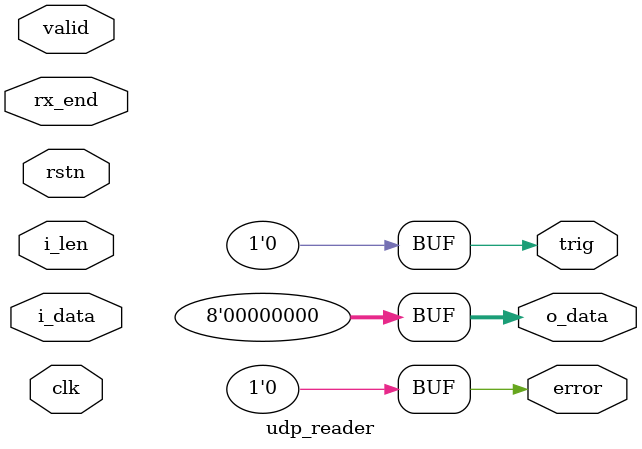
<source format=sv>
`ifdef __ICARUS__
    `define UDP_READER_MEM PDS_LITE
`endif

module udp_reader #(parameter CAPACITY = 1) (
    input                       clk   ,
    input                       rstn  ,

    input                       valid ,
    input                       rx_end,
    input      [           7:0] i_data,
    input      [          15:0] i_len ,

    output     [CAPACITY*8-1:0] o_data,
    output reg                  error ,
    output reg                  trig
);

    `ifdef UDP_READER_MEM
        integer i;

        reg [$clog2(CAPACITY)-1:0] wptr;

        reg  [           7:0] inner_mem [CAPACITY];
        wire [CAPACITY*8-1:0] inner_data          ;

        reg [7:0] disp_mem[CAPACITY];

        always_ff @(posedge clk or negedge rstn) begin
            if(~rstn) begin
                error <= #1 'b0;
                wptr  <= #1 'b0;
                for (i = 0; i < CAPACITY; i=i+1) begin
                    inner_mem[i] <= #1 'b0;
                    disp_mem[i]  <= #1 'b0;
                end
                trig <= #1 'b0;
            end else begin
                trig            <= #1 'b0;
                inner_mem[wptr] <= #1 i_data;
                if (valid) begin
                    if (wptr!=CAPACITY-1) begin
                        wptr <= #1 wptr + 1'b1;
                    end else begin
                        wptr <= #1 'b0;
                    end
                end else if (rx_end) begin
                    if (wptr!=0) begin
                        error <= #1 'b1;
                        wptr  <= #1 'b0;
                    end else begin
                        error <= #1 'b0;
                        wptr  <= #1 'b0;
                    end

                    if ((~inner_data)==0) begin
                        trig <= #1 'b1;
                    end else if (inner_data!=0) begin
                        for (i = 0; i < CAPACITY; i=i+1) begin
                            disp_mem[i] <= #1 inner_mem[i];
                        end
                    end
                end
            end
        end

        genvar j;
        for (j = 0; j < CAPACITY; j=j+1) begin : g_unpack
            assign o_data[(j+1)*8-1:j*8]     = disp_mem[CAPACITY-j-1];
            assign inner_data[(j+1)*8-1:j*8] = inner_mem[CAPACITY-j-1];
        end
    `else
        assign o_data = 'b0;
        assign error  = 'b0;
        assign trig   = 'b0;
    `endif

endmodule : udp_reader

</source>
